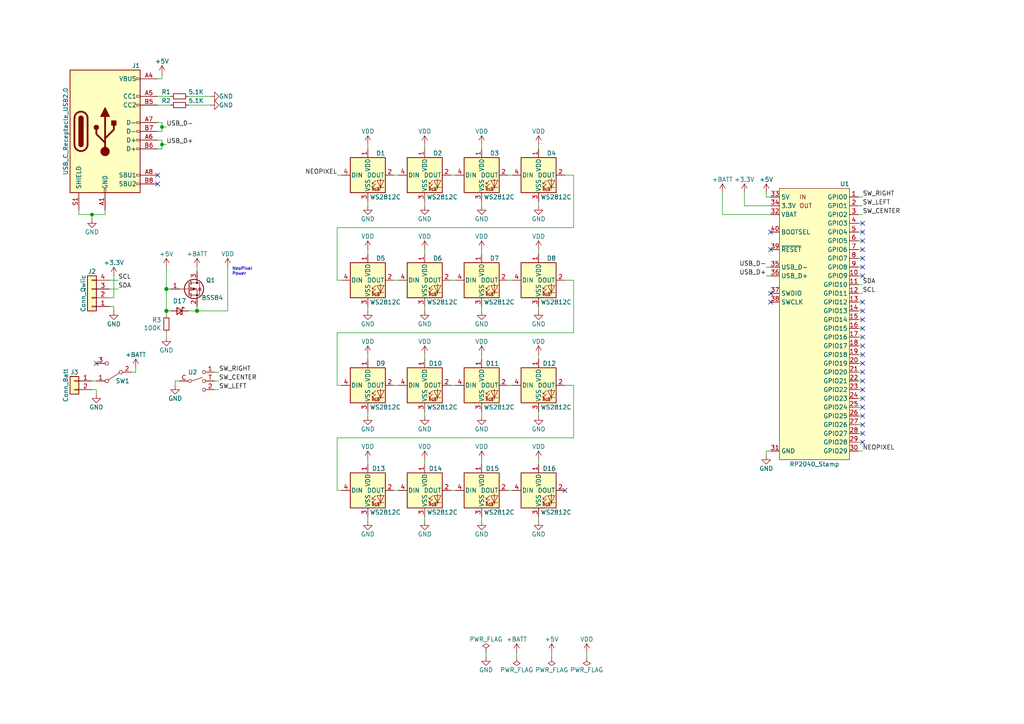
<source format=kicad_sch>
(kicad_sch (version 20230121) (generator eeschema)
  (paper "A4")
  (lib_symbols
    (symbol "Connector:USB_C_Receptacle_USB2.0" (pin_names (offset 1.016))
      (property "Reference" "J" (at -10.16 19.05 0))
      (property "Value" "USB_C_Receptacle_USB2.0" (at 19.05 19.05 0))
      (symbol "USB_C_Receptacle_USB2.0_0_0"
        (rectangle (start -0.254 -17.78) (end 0.254 -16.764))
        (rectangle (start 10.16 -14.986) (end 9.144 -15.494))
        (rectangle (start 10.16 -12.446) (end 9.144 -12.954))
        (rectangle (start 10.16 -4.826) (end 9.144 -5.334))
        (rectangle (start 10.16 -2.286) (end 9.144 -2.794))
        (rectangle (start 10.16 0.254) (end 9.144 -0.254))
        (rectangle (start 10.16 2.794) (end 9.144 2.286))
        (rectangle (start 10.16 7.874) (end 9.144 7.366))
        (rectangle (start 10.16 10.414) (end 9.144 9.906))
        (rectangle (start 10.16 15.494) (end 9.144 14.986))
      )
      (symbol "USB_C_Receptacle_USB2.0_0_1"
        (rectangle (start -10.16 17.78) (end 10.16 -17.78) (stroke (width 0.254)) (fill (type background)))
        (arc (start -8.89 -3.81) (mid -6.985 -5.7067) (end -5.08 -3.81) (stroke (width 0.508)))
        (arc (start -7.62 -3.81) (mid -6.985 -4.4423) (end -6.35 -3.81) (stroke (width 0.254)))
        (arc (start -7.62 -3.81) (mid -6.985 -4.4423) (end -6.35 -3.81) (stroke (width 0.254)) (fill (type outline)))
        (rectangle (start -7.62 -3.81) (end -6.35 3.81) (stroke (width 0.254)) (fill (type outline)))
        (arc (start -6.35 3.81) (mid -6.985 4.4423) (end -7.62 3.81) (stroke (width 0.254)))
        (arc (start -6.35 3.81) (mid -6.985 4.4423) (end -7.62 3.81) (stroke (width 0.254)) (fill (type outline)))
        (arc (start -5.08 3.81) (mid -6.985 5.7067) (end -8.89 3.81) (stroke (width 0.508)))
        (circle (center -2.54 1.143) (radius 0.635) (stroke (width 0.254)) (fill (type outline)))
        (circle (center 0 -5.842) (radius 1.27) (fill (type outline)))
        (polyline (pts (xy -8.89 -3.81) (xy -8.89 3.81)) (stroke (width 0.508)))
        (polyline (pts (xy -5.08 3.81) (xy -5.08 -3.81)) (stroke (width 0.508)))
        (polyline (pts (xy 0 -5.842) (xy 0 4.318)) (stroke (width 0.508)))
        (polyline (pts (xy 0 -3.302) (xy -2.54 -0.762) (xy -2.54 0.508)) (stroke (width 0.508)))
        (polyline (pts (xy 0 -2.032) (xy 2.54 0.508) (xy 2.54 1.778)) (stroke (width 0.508)))
        (polyline (pts (xy -1.27 4.318) (xy 0 6.858) (xy 1.27 4.318) (xy -1.27 4.318)) (stroke (width 0.254)) (fill (type outline)))
        (rectangle (start 1.905 1.778) (end 3.175 3.048) (stroke (width 0.254)) (fill (type outline)))
      )
      (symbol "USB_C_Receptacle_USB2.0_1_1"
        (pin passive line (at 0 -22.86 90) (length 5.08) (name "GND") (number "A1"))
        (pin passive line (at 0 -22.86 90) (length 5.08) hide (name "GND") (number "A12"))
        (pin passive line (at 15.24 15.24 180) (length 5.08) (name "VBUS") (number "A4"))
        (pin bidirectional line (at 15.24 10.16 180) (length 5.08) (name "CC1") (number "A5"))
        (pin bidirectional line (at 15.24 -2.54 180) (length 5.08) (name "D+") (number "A6"))
        (pin bidirectional line (at 15.24 2.54 180) (length 5.08) (name "D-") (number "A7"))
        (pin bidirectional line (at 15.24 -12.7 180) (length 5.08) (name "SBU1") (number "A8"))
        (pin passive line (at 15.24 15.24 180) (length 5.08) hide (name "VBUS") (number "A9"))
        (pin passive line (at 0 -22.86 90) (length 5.08) hide (name "GND") (number "B1"))
        (pin passive line (at 0 -22.86 90) (length 5.08) hide (name "GND") (number "B12"))
        (pin passive line (at 15.24 15.24 180) (length 5.08) hide (name "VBUS") (number "B4"))
        (pin bidirectional line (at 15.24 7.62 180) (length 5.08) (name "CC2") (number "B5"))
        (pin bidirectional line (at 15.24 -5.08 180) (length 5.08) (name "D+") (number "B6"))
        (pin bidirectional line (at 15.24 0 180) (length 5.08) (name "D-") (number "B7"))
        (pin bidirectional line (at 15.24 -15.24 180) (length 5.08) (name "SBU2") (number "B8"))
        (pin passive line (at 15.24 15.24 180) (length 5.08) hide (name "VBUS") (number "B9"))
        (pin passive line (at -7.62 -22.86 90) (length 5.08) (name "SHIELD") (number "S1"))
      )
    )
    (symbol "Connector_Generic:Conn_01x02" (pin_names (offset 1.016) hide)
      (property "Reference" "J" (at 0 2.54 0))
      (property "Value" "Conn_01x02" (at 0 -5.08 0))
      (symbol "Conn_01x02_1_1"
        (rectangle (start -1.27 -2.413) (end 0 -2.667) (stroke (width 0.1524)))
        (rectangle (start -1.27 0.127) (end 0 -0.127) (stroke (width 0.1524)))
        (rectangle (start -1.27 1.27) (end 1.27 -3.81) (stroke (width 0.254)) (fill (type background)))
        (pin passive line (at -5.08 0 0) (length 3.81) (name "Pin_1") (number "1"))
        (pin passive line (at -5.08 -2.54 0) (length 3.81) (name "Pin_2") (number "2"))
      )
    )
    (symbol "Connector_Generic:Conn_01x04" (pin_names (offset 1.016) hide)
      (property "Reference" "J" (at 0 5.08 0))
      (property "Value" "Conn_01x04" (at 0 -7.62 0))
      (symbol "Conn_01x04_1_1"
        (rectangle (start -1.27 -4.953) (end 0 -5.207) (stroke (width 0.1524)))
        (rectangle (start -1.27 -2.413) (end 0 -2.667) (stroke (width 0.1524)))
        (rectangle (start -1.27 0.127) (end 0 -0.127) (stroke (width 0.1524)))
        (rectangle (start -1.27 2.667) (end 0 2.413) (stroke (width 0.1524)))
        (rectangle (start -1.27 3.81) (end 1.27 -6.35) (stroke (width 0.254)) (fill (type background)))
        (pin passive line (at -5.08 2.54 0) (length 3.81) (name "Pin_1") (number "1"))
        (pin passive line (at -5.08 0 0) (length 3.81) (name "Pin_2") (number "2"))
        (pin passive line (at -5.08 -2.54 0) (length 3.81) (name "Pin_3") (number "3"))
        (pin passive line (at -5.08 -5.08 0) (length 3.81) (name "Pin_4") (number "4"))
      )
    )
    (symbol "Device:D_Schottky_Small" (pin_numbers hide) (pin_names (offset 0.254) hide)
      (property "Reference" "D" (at -1.27 2.032 0))
      (property "Value" "D_Schottky_Small" (at -7.112 -2.032 0))
      (symbol "D_Schottky_Small_0_1"
        (polyline (pts (xy -0.762 0) (xy 0.762 0)))
        (polyline (pts (xy 0.762 -1.016) (xy -0.762 0) (xy 0.762 1.016) (xy 0.762 -1.016)) (stroke (width 0.254)))
        (polyline (pts (xy -1.27 0.762) (xy -1.27 1.016) (xy -0.762 1.016) (xy -0.762 -1.016) (xy -0.254 -1.016) (xy -0.254 -0.762)) (stroke (width 0.254)))
      )
      (symbol "D_Schottky_Small_1_1"
        (pin passive line (at -2.54 0 0) (length 1.778) (name "K") (number "1"))
        (pin passive line (at 2.54 0 180) (length 1.778) (name "A") (number "2"))
      )
    )
    (symbol "Device:R_Small" (pin_numbers hide) (pin_names (offset 0.254) hide)
      (property "Reference" "R" (at 0.762 0.508 0))
      (property "Value" "R_Small" (at 0.762 -1.016 0))
      (symbol "R_Small_0_1"
        (rectangle (start -0.762 1.778) (end 0.762 -1.778) (stroke (width 0.2032)))
      )
      (symbol "R_Small_1_1"
        (pin passive line (at 0 2.54 270) (length 0.762) (name "~") (number "1"))
        (pin passive line (at 0 -2.54 90) (length 0.762) (name "~") (number "2"))
      )
    )
    (symbol "LED:WS2812B" (pin_names (offset 0.254))
      (property "Reference" "D" (at 5.08 5.715 0))
      (property "Value" "WS2812B" (at 1.27 -5.715 0))
      (symbol "WS2812B_0_0"
        (text "RGB" (at 2.286 -4.191 0) (effects (font (size 0.762 0.762))))
      )
      (symbol "WS2812B_0_1"
        (polyline (pts (xy 1.27 -3.556) (xy 1.778 -3.556)))
        (polyline (pts (xy 1.27 -2.54) (xy 1.778 -2.54)))
        (polyline (pts (xy 4.699 -3.556) (xy 2.667 -3.556)))
        (polyline (pts (xy 2.286 -2.54) (xy 1.27 -3.556) (xy 1.27 -3.048)))
        (polyline (pts (xy 2.286 -1.524) (xy 1.27 -2.54) (xy 1.27 -2.032)))
        (polyline (pts (xy 3.683 -1.016) (xy 3.683 -3.556) (xy 3.683 -4.064)))
        (polyline (pts (xy 4.699 -1.524) (xy 2.667 -1.524) (xy 3.683 -3.556) (xy 4.699 -1.524)))
        (rectangle (start 5.08 5.08) (end -5.08 -5.08) (stroke (width 0.254)) (fill (type background)))
      )
      (symbol "WS2812B_1_1"
        (pin power_in line (at 0 7.62 270) (length 2.54) (name "VDD") (number "1"))
        (pin output line (at 7.62 0 180) (length 2.54) (name "DOUT") (number "2"))
        (pin power_in line (at 0 -7.62 90) (length 2.54) (name "VSS") (number "3"))
        (pin input line (at -7.62 0 0) (length 2.54) (name "DIN") (number "4"))
      )
    )
    (symbol "RP2040_Stamp:RP2040_Stamp"
      (property "Reference" "U" (at 10.16 43.18 0))
      (property "Value" "RP2040_Stamp" (at 0 -38.1 0))
      (symbol "RP2040_Stamp_0_0"
        (text "IN" (at -4.445 39.37 0) (effects (font (size 1.27 1.27)) (justify left)))
        (text "OUT" (at -4.445 36.83 0) (effects (font (size 1.27 1.27)) (justify left)))
        (pin bidirectional line (at 12.7 39.37 180) (length 2.54) (name "GPIO0") (number "1"))
        (pin bidirectional line (at 12.7 16.51 180) (length 2.54) (name "GPIO9") (number "10"))
        (pin bidirectional line (at 12.7 13.97 180) (length 2.54) (name "GPIO10") (number "11"))
        (pin bidirectional line (at 12.7 11.43 180) (length 2.54) (name "GPIO11") (number "12"))
        (pin bidirectional line (at 12.7 8.89 180) (length 2.54) (name "GPIO12") (number "13"))
        (pin bidirectional line (at 12.7 6.35 180) (length 2.54) (name "GPIO13") (number "14"))
        (pin bidirectional line (at 12.7 3.81 180) (length 2.54) (name "GPIO14") (number "15"))
        (pin bidirectional line (at 12.7 1.27 180) (length 2.54) (name "GPIO15") (number "16"))
        (pin bidirectional line (at 12.7 -1.27 180) (length 2.54) (name "GPIO16") (number "17"))
        (pin bidirectional line (at 12.7 -3.81 180) (length 2.54) (name "GPIO17") (number "18"))
        (pin bidirectional line (at 12.7 -6.35 180) (length 2.54) (name "GPIO18") (number "19"))
        (pin bidirectional line (at 12.7 36.83 180) (length 2.54) (name "GPIO1") (number "2"))
        (pin bidirectional line (at 12.7 -8.89 180) (length 2.54) (name "GPIO19") (number "20"))
        (pin bidirectional line (at 12.7 -11.43 180) (length 2.54) (name "GPIO20") (number "21"))
        (pin bidirectional line (at 12.7 -13.97 180) (length 2.54) (name "GPIO21") (number "22"))
        (pin bidirectional line (at 12.7 -16.51 180) (length 2.54) (name "GPIO22") (number "23"))
        (pin bidirectional line (at 12.7 -19.05 180) (length 2.54) (name "GPIO23") (number "24"))
        (pin bidirectional line (at 12.7 -21.59 180) (length 2.54) (name "GPIO24") (number "25"))
        (pin bidirectional line (at 12.7 -24.13 180) (length 2.54) (name "GPIO25") (number "26"))
        (pin bidirectional line (at 12.7 -26.67 180) (length 2.54) (name "GPIO26") (number "27"))
        (pin bidirectional line (at 12.7 -29.21 180) (length 2.54) (name "GPIO27") (number "28"))
        (pin bidirectional line (at 12.7 -31.75 180) (length 2.54) (name "GPIO28") (number "29"))
        (pin bidirectional line (at 12.7 34.29 180) (length 2.54) (name "GPIO2") (number "3"))
        (pin bidirectional line (at 12.7 -34.29 180) (length 2.54) (name "GPIO29") (number "30"))
        (pin power_in line (at -12.7 -34.29 0) (length 2.54) (name "GND") (number "31"))
        (pin power_in line (at -12.7 34.29 0) (length 2.54) (name "VBAT") (number "32"))
        (pin power_in line (at -12.7 39.37 0) (length 2.54) (name "5V") (number "33"))
        (pin power_out line (at -12.7 36.83 0) (length 2.54) (name "3.3V") (number "34"))
        (pin bidirectional line (at -12.7 19.05 0) (length 2.54) (name "USB_D-") (number "35"))
        (pin bidirectional line (at -12.7 16.51 0) (length 2.54) (name "USB_D+") (number "36"))
        (pin bidirectional line (at -12.7 11.43 0) (length 2.54) (name "SWDIO") (number "37"))
        (pin input line (at -12.7 8.89 0) (length 2.54) (name "SWCLK") (number "38"))
        (pin bidirectional line (at -12.7 24.13 0) (length 2.54) (name "~{RESET}") (number "39"))
        (pin bidirectional line (at 12.7 31.75 180) (length 2.54) (name "GPIO3") (number "4"))
        (pin input line (at -12.7 29.21 0) (length 2.54) (name "BOOTSEL") (number "40"))
        (pin bidirectional line (at 12.7 29.21 180) (length 2.54) (name "GPIO4") (number "5"))
        (pin bidirectional line (at 12.7 26.67 180) (length 2.54) (name "GPIO5") (number "6"))
        (pin bidirectional line (at 12.7 24.13 180) (length 2.54) (name "GPIO6") (number "7"))
        (pin bidirectional line (at 12.7 21.59 180) (length 2.54) (name "GPIO7") (number "8"))
        (pin bidirectional line (at 12.7 19.05 180) (length 2.54) (name "GPIO8") (number "9"))
      )
      (symbol "RP2040_Stamp_0_1"
        (rectangle (start -10.16 41.91) (end 10.16 -36.83) (stroke (width 0.1524)) (fill (type background)))
      )
    )
    (symbol "Switch:SW_SPDT" (pin_names (offset 0) hide)
      (property "Reference" "SW" (at 0 4.318 0))
      (property "Value" "SW_SPDT" (at 0 -5.08 0))
      (symbol "SW_SPDT_0_0"
        (circle (center -2.032 0) (radius 0.508))
        (circle (center 2.032 -2.54) (radius 0.508))
      )
      (symbol "SW_SPDT_0_1"
        (polyline (pts (xy -1.524 0.254) (xy 1.651 2.286)))
        (circle (center 2.032 2.54) (radius 0.508))
      )
      (symbol "SW_SPDT_1_1"
        (pin passive line (at 5.08 2.54 180) (length 2.54) (name "A") (number "1"))
        (pin passive line (at -5.08 0 0) (length 2.54) (name "B") (number "2"))
        (pin passive line (at 5.08 -2.54 180) (length 2.54) (name "C") (number "3"))
      )
    )
    (symbol "Switch_Extra:SW_SP3T_Rocker" (pin_names hide)
      (property "Reference" "U" (at -1.27 2.54 0))
      (property "Value" "SW_SP3T_Rocker" (at 0 -5.08 0))
      (symbol "SW_SP3T_Rocker_0_1"
        (circle (center -2.032 0) (radius 0.4572))
        (polyline (pts (xy -1.524 0) (xy 1.524 1.016)))
        (circle (center 2.032 -2.54) (radius 0.4572))
        (circle (center 2.032 0) (radius 0.4572))
        (circle (center 2.032 2.54) (radius 0.4572))
      )
      (symbol "SW_SP3T_Rocker_1_1"
        (pin passive line (at 5.08 2.54 180) (length 2.54) (name "1") (number "1"))
        (pin passive line (at 5.08 -2.54 180) (length 2.54) (name "2") (number "2"))
        (pin passive line (at -5.08 0 0) (length 2.54) (name "C") (number "C"))
        (pin no_connect line (at -5.08 -2.54 0) (length 2.54) hide (name "G") (number "G"))
        (pin passive line (at 5.08 0 180) (length 2.54) (name "T") (number "T"))
      )
    )
    (symbol "Transistor_FET:BSS84" (pin_names hide)
      (property "Reference" "Q" (at 5.08 1.905 0))
      (property "Value" "BSS84" (at 5.08 0 0))
      (symbol "BSS84_0_1"
        (polyline (pts (xy 0.254 0) (xy -2.54 0)))
        (polyline (pts (xy 0.254 1.905) (xy 0.254 -1.905)) (stroke (width 0.254)))
        (polyline (pts (xy 0.762 -1.27) (xy 0.762 -2.286)) (stroke (width 0.254)))
        (polyline (pts (xy 0.762 0.508) (xy 0.762 -0.508)) (stroke (width 0.254)))
        (polyline (pts (xy 0.762 2.286) (xy 0.762 1.27)) (stroke (width 0.254)))
        (polyline (pts (xy 2.54 2.54) (xy 2.54 1.778)))
        (polyline (pts (xy 2.54 -2.54) (xy 2.54 0) (xy 0.762 0)))
        (polyline (pts (xy 0.762 1.778) (xy 3.302 1.778) (xy 3.302 -1.778) (xy 0.762 -1.778)))
        (polyline (pts (xy 2.286 0) (xy 1.27 0.381) (xy 1.27 -0.381) (xy 2.286 0)) (fill (type outline)))
        (polyline (pts (xy 2.794 -0.508) (xy 2.921 -0.381) (xy 3.683 -0.381) (xy 3.81 -0.254)))
        (polyline (pts (xy 3.302 -0.381) (xy 2.921 0.254) (xy 3.683 0.254) (xy 3.302 -0.381)))
        (circle (center 1.651 0) (radius 2.794) (stroke (width 0.254)))
        (circle (center 2.54 -1.778) (radius 0.254) (fill (type outline)))
        (circle (center 2.54 1.778) (radius 0.254) (fill (type outline)))
      )
      (symbol "BSS84_1_1"
        (pin input line (at -5.08 0 0) (length 2.54) (name "G") (number "1"))
        (pin passive line (at 2.54 -5.08 90) (length 2.54) (name "S") (number "2"))
        (pin passive line (at 2.54 5.08 270) (length 2.54) (name "D") (number "3"))
      )
    )
    (symbol "power:+3.3V" (power) (pin_names (offset 0))
      (property "Value" "+3.3V" (at 0 3.556 0))
      (symbol "+3.3V_0_1"
        (polyline (pts (xy -0.762 1.27) (xy 0 2.54)))
        (polyline (pts (xy 0 0) (xy 0 2.54)))
        (polyline (pts (xy 0 2.54) (xy 0.762 1.27)))
      )
      (symbol "+3.3V_1_1"
        (pin power_in line (at 0 0 90) (length 0) hide (name "+3.3V") (number "1"))
      )
    )
    (symbol "power:+5V" (power) (pin_names (offset 0))
      (property "Value" "+5V" (at 0 3.556 0))
      (symbol "+5V_0_1"
        (polyline (pts (xy -0.762 1.27) (xy 0 2.54)))
        (polyline (pts (xy 0 0) (xy 0 2.54)))
        (polyline (pts (xy 0 2.54) (xy 0.762 1.27)))
      )
      (symbol "+5V_1_1"
        (pin power_in line (at 0 0 90) (length 0) hide (name "+5V") (number "1"))
      )
    )
    (symbol "power:+BATT" (power) (pin_names (offset 0))
      (property "Value" "+BATT" (at 0 3.556 0))
      (symbol "+BATT_0_1"
        (polyline (pts (xy -0.762 1.27) (xy 0 2.54)))
        (polyline (pts (xy 0 0) (xy 0 2.54)))
        (polyline (pts (xy 0 2.54) (xy 0.762 1.27)))
      )
      (symbol "+BATT_1_1"
        (pin power_in line (at 0 0 90) (length 0) hide (name "+BATT") (number "1"))
      )
    )
    (symbol "power:GND" (power) (pin_names (offset 0))
      (property "Value" "GND" (at 0 -3.81 0))
      (symbol "GND_0_1"
        (polyline (pts (xy 0 0) (xy 0 -1.27) (xy 1.27 -1.27) (xy 0 -2.54) (xy -1.27 -1.27) (xy 0 -1.27)))
      )
      (symbol "GND_1_1"
        (pin power_in line (at 0 0 270) (length 0) hide (name "GND") (number "1"))
      )
    )
    (symbol "power:PWR_FLAG" (power) (pin_numbers hide) (pin_names (offset 0) hide)
      (property "Value" "PWR_FLAG" (at 0 3.81 0))
      (symbol "PWR_FLAG_0_0"
        (pin power_out line (at 0 0 90) (length 0) (name "pwr") (number "1"))
      )
      (symbol "PWR_FLAG_0_1"
        (polyline (pts (xy 0 0) (xy 0 1.27) (xy -1.016 1.905) (xy 0 2.54) (xy 1.016 1.905) (xy 0 1.27)))
      )
    )
    (symbol "power:VDD" (power) (pin_names (offset 0))
      (property "Value" "VDD" (at 0 3.81 0))
      (symbol "VDD_0_1"
        (polyline (pts (xy -0.762 1.27) (xy 0 2.54)))
        (polyline (pts (xy 0 0) (xy 0 2.54)))
        (polyline (pts (xy 0 2.54) (xy 0.762 1.27)))
      )
      (symbol "VDD_1_1"
        (pin power_in line (at 0 0 90) (length 0) hide (name "VDD") (number "1"))
      )
    )
  )
  (junction (at 48.26 83.82) (diameter 1.016))
  (junction (at 57.15 90.17) (diameter 1.016))
  (junction (at 48.26 90.17) (diameter 1.016))
  (junction (at 46.99 36.83))
  (junction (at 26.67 62.23))
  (junction (at 46.99 41.91))
  (no_connect (at 250.19 100.33))
  (no_connect (at 250.19 67.31))
  (no_connect (at 250.19 72.39))
  (no_connect (at 250.19 105.41))
  (no_connect (at 250.19 87.63))
  (no_connect (at 250.19 74.93))
  (no_connect (at 250.19 95.25))
  (no_connect (at 250.19 97.79))
  (no_connect (at 45.72 53.34))
  (no_connect (at 250.19 115.57))
  (no_connect (at 250.19 69.85))
  (no_connect (at 223.52 85.09))
  (no_connect (at 223.52 87.63))
  (no_connect (at 250.19 123.19))
  (no_connect (at 250.19 110.49))
  (no_connect (at 250.19 80.01))
  (no_connect (at 223.52 67.31))
  (no_connect (at 250.19 90.17))
  (no_connect (at 250.19 77.47))
  (no_connect (at 27.94 105.41))
  (no_connect (at 250.19 64.77))
  (no_connect (at 250.19 118.11))
  (no_connect (at 250.19 107.95))
  (no_connect (at 250.19 120.65))
  (no_connect (at 250.19 92.71))
  (no_connect (at 45.72 50.8))
  (no_connect (at 250.19 113.03))
  (no_connect (at 250.19 102.87))
  (no_connect (at 223.52 72.39))
  (no_connect (at 163.83 142.24))
  (no_connect (at 250.19 128.27))
  (no_connect (at 250.19 125.73))
  (wire (pts (xy 248.92 95.25) (xy 250.19 95.25)))
  (wire (pts (xy 106.68 149.86) (xy 106.68 151.13)))
  (wire (pts (xy 160.02 189.23) (xy 160.02 190.5)))
  (wire (pts (xy 123.19 88.9) (xy 123.19 90.17)))
  (wire (pts (xy 48.26 83.82) (xy 48.26 90.17)))
  (wire (pts (xy 222.25 80.01) (xy 223.52 80.01)))
  (wire (pts (xy 57.15 90.17) (xy 57.15 88.9)))
  (wire (pts (xy 163.83 81.28) (xy 166.37 81.28)))
  (wire (pts (xy 248.92 72.39) (xy 250.19 72.39)))
  (wire (pts (xy 130.81 142.24) (xy 132.08 142.24)))
  (wire (pts (xy 33.02 88.9) (xy 33.02 90.17)))
  (wire (pts (xy 22.86 62.23) (xy 26.67 62.23)))
  (wire (pts (xy 156.21 88.9) (xy 156.21 90.17)))
  (wire (pts (xy 31.75 86.36) (xy 33.02 86.36)))
  (wire (pts (xy 123.19 133.35) (xy 123.19 134.62)))
  (wire (pts (xy 166.37 111.76) (xy 166.37 127)))
  (wire (pts (xy 97.79 111.76) (xy 99.06 111.76)))
  (wire (pts (xy 123.19 149.86) (xy 123.19 151.13)))
  (wire (pts (xy 45.72 30.48) (xy 49.53 30.48)))
  (wire (pts (xy 48.26 96.52) (xy 48.26 97.79)))
  (wire (pts (xy 38.1 107.95) (xy 39.37 107.95)))
  (wire (pts (xy 248.92 97.79) (xy 250.19 97.79)))
  (wire (pts (xy 46.99 21.59) (xy 46.99 22.86)))
  (wire (pts (xy 248.92 92.71) (xy 250.19 92.71)))
  (wire (pts (xy 97.79 127) (xy 97.79 142.24)))
  (wire (pts (xy 52.07 110.49) (xy 50.8 110.49)))
  (wire (pts (xy 45.72 27.94) (xy 49.53 27.94)))
  (wire (pts (xy 62.23 107.95) (xy 63.5 107.95)))
  (wire (pts (xy 57.15 78.74) (xy 57.15 77.47)))
  (wire (pts (xy 139.7 133.35) (xy 139.7 134.62)))
  (wire (pts (xy 149.86 189.23) (xy 149.86 190.5)))
  (wire (pts (xy 156.21 58.42) (xy 156.21 59.69)))
  (wire (pts (xy 123.19 119.38) (xy 123.19 120.65)))
  (wire (pts (xy 156.21 133.35) (xy 156.21 134.62)))
  (wire (pts (xy 114.3 81.28) (xy 115.57 81.28)))
  (wire (pts (xy 166.37 50.8) (xy 166.37 66.04)))
  (wire (pts (xy 163.83 50.8) (xy 166.37 50.8)))
  (wire (pts (xy 130.81 50.8) (xy 132.08 50.8)))
  (wire (pts (xy 248.92 110.49) (xy 250.19 110.49)))
  (wire (pts (xy 163.83 111.76) (xy 166.37 111.76)))
  (wire (pts (xy 26.67 113.03) (xy 27.94 113.03)))
  (wire (pts (xy 248.92 120.65) (xy 250.19 120.65)))
  (wire (pts (xy 166.37 81.28) (xy 166.37 96.52)))
  (wire (pts (xy 139.7 88.9) (xy 139.7 90.17)))
  (wire (pts (xy 248.92 62.23) (xy 250.19 62.23)))
  (wire (pts (xy 248.92 85.09) (xy 250.19 85.09)))
  (wire (pts (xy 46.99 38.1) (xy 45.72 38.1)))
  (wire (pts (xy 106.68 41.91) (xy 106.68 43.18)))
  (wire (pts (xy 26.67 62.23) (xy 26.67 63.5)))
  (wire (pts (xy 106.68 72.39) (xy 106.68 73.66)))
  (wire (pts (xy 223.52 130.81) (xy 222.25 130.81)))
  (wire (pts (xy 139.7 41.91) (xy 139.7 43.18)))
  (wire (pts (xy 248.92 87.63) (xy 250.19 87.63)))
  (wire (pts (xy 57.15 90.17) (xy 54.61 90.17)))
  (wire (pts (xy 46.99 36.83) (xy 48.26 36.83)))
  (wire (pts (xy 31.75 83.82) (xy 34.29 83.82)))
  (wire (pts (xy 222.25 130.81) (xy 222.25 132.08)))
  (wire (pts (xy 26.67 110.49) (xy 27.94 110.49)))
  (wire (pts (xy 223.52 62.23) (xy 209.55 62.23)))
  (wire (pts (xy 248.92 67.31) (xy 250.19 67.31)))
  (wire (pts (xy 147.32 50.8) (xy 148.59 50.8)))
  (wire (pts (xy 166.37 127) (xy 97.79 127)))
  (wire (pts (xy 147.32 142.24) (xy 148.59 142.24)))
  (wire (pts (xy 27.94 113.03) (xy 27.94 114.3)))
  (wire (pts (xy 223.52 59.69) (xy 215.9 59.69)))
  (wire (pts (xy 248.92 113.03) (xy 250.19 113.03)))
  (wire (pts (xy 248.92 105.41) (xy 250.19 105.41)))
  (wire (pts (xy 166.37 66.04) (xy 97.79 66.04)))
  (wire (pts (xy 248.92 80.01) (xy 250.19 80.01)))
  (wire (pts (xy 139.7 58.42) (xy 139.7 59.69)))
  (wire (pts (xy 248.92 107.95) (xy 250.19 107.95)))
  (wire (pts (xy 248.92 128.27) (xy 250.19 128.27)))
  (wire (pts (xy 248.92 59.69) (xy 250.19 59.69)))
  (wire (pts (xy 223.52 57.15) (xy 222.25 57.15)))
  (wire (pts (xy 147.32 81.28) (xy 148.59 81.28)))
  (wire (pts (xy 48.26 77.47) (xy 48.26 83.82)))
  (wire (pts (xy 106.68 133.35) (xy 106.68 134.62)))
  (wire (pts (xy 170.18 189.23) (xy 170.18 190.5)))
  (wire (pts (xy 97.79 96.52) (xy 97.79 111.76)))
  (wire (pts (xy 222.25 55.88) (xy 222.25 57.15)))
  (wire (pts (xy 54.61 27.94) (xy 60.96 27.94)))
  (wire (pts (xy 50.8 110.49) (xy 50.8 111.76)))
  (wire (pts (xy 130.81 81.28) (xy 132.08 81.28)))
  (wire (pts (xy 106.68 88.9) (xy 106.68 90.17)))
  (wire (pts (xy 106.68 58.42) (xy 106.68 59.69)))
  (wire (pts (xy 97.79 81.28) (xy 99.06 81.28)))
  (wire (pts (xy 248.92 118.11) (xy 250.19 118.11)))
  (wire (pts (xy 139.7 102.87) (xy 139.7 104.14)))
  (wire (pts (xy 46.99 41.91) (xy 48.26 41.91)))
  (wire (pts (xy 248.92 130.81) (xy 250.19 130.81)))
  (wire (pts (xy 248.92 100.33) (xy 250.19 100.33)))
  (wire (pts (xy 114.3 142.24) (xy 115.57 142.24)))
  (wire (pts (xy 97.79 50.8) (xy 99.06 50.8)))
  (wire (pts (xy 106.68 119.38) (xy 106.68 120.65)))
  (wire (pts (xy 54.61 30.48) (xy 60.96 30.48)))
  (wire (pts (xy 97.79 142.24) (xy 99.06 142.24)))
  (wire (pts (xy 248.92 90.17) (xy 250.19 90.17)))
  (wire (pts (xy 26.67 62.23) (xy 30.48 62.23)))
  (wire (pts (xy 45.72 43.18) (xy 46.99 43.18)))
  (wire (pts (xy 156.21 72.39) (xy 156.21 73.66)))
  (wire (pts (xy 248.92 57.15) (xy 250.19 57.15)))
  (wire (pts (xy 45.72 40.64) (xy 46.99 40.64)))
  (wire (pts (xy 130.81 111.76) (xy 132.08 111.76)))
  (wire (pts (xy 123.19 72.39) (xy 123.19 73.66)))
  (wire (pts (xy 57.15 90.17) (xy 66.04 90.17)))
  (wire (pts (xy 46.99 35.56) (xy 45.72 35.56)))
  (wire (pts (xy 123.19 58.42) (xy 123.19 59.69)))
  (wire (pts (xy 248.92 82.55) (xy 250.19 82.55)))
  (wire (pts (xy 248.92 74.93) (xy 250.19 74.93)))
  (wire (pts (xy 39.37 107.95) (xy 39.37 106.68)))
  (wire (pts (xy 209.55 62.23) (xy 209.55 55.88)))
  (wire (pts (xy 46.99 35.56) (xy 46.99 36.83)))
  (wire (pts (xy 156.21 102.87) (xy 156.21 104.14)))
  (wire (pts (xy 48.26 90.17) (xy 49.53 90.17)))
  (wire (pts (xy 248.92 125.73) (xy 250.19 125.73)))
  (wire (pts (xy 48.26 90.17) (xy 48.26 91.44)))
  (wire (pts (xy 139.7 72.39) (xy 139.7 73.66)))
  (wire (pts (xy 62.23 113.03) (xy 63.5 113.03)))
  (wire (pts (xy 248.92 64.77) (xy 250.19 64.77)))
  (wire (pts (xy 248.92 123.19) (xy 250.19 123.19)))
  (wire (pts (xy 123.19 41.91) (xy 123.19 43.18)))
  (wire (pts (xy 140.97 189.23) (xy 140.97 190.5)))
  (wire (pts (xy 66.04 77.47) (xy 66.04 90.17)))
  (wire (pts (xy 45.72 22.86) (xy 46.99 22.86)))
  (wire (pts (xy 222.25 77.47) (xy 223.52 77.47)))
  (wire (pts (xy 30.48 62.23) (xy 30.48 60.96)))
  (wire (pts (xy 106.68 102.87) (xy 106.68 104.14)))
  (wire (pts (xy 123.19 102.87) (xy 123.19 104.14)))
  (wire (pts (xy 248.92 102.87) (xy 250.19 102.87)))
  (wire (pts (xy 156.21 149.86) (xy 156.21 151.13)))
  (wire (pts (xy 46.99 40.64) (xy 46.99 41.91)))
  (wire (pts (xy 46.99 41.91) (xy 46.99 43.18)))
  (wire (pts (xy 156.21 41.91) (xy 156.21 43.18)))
  (wire (pts (xy 62.23 110.49) (xy 63.5 110.49)))
  (wire (pts (xy 97.79 66.04) (xy 97.79 81.28)))
  (wire (pts (xy 156.21 119.38) (xy 156.21 120.65)))
  (wire (pts (xy 114.3 111.76) (xy 115.57 111.76)))
  (wire (pts (xy 215.9 59.69) (xy 215.9 55.88)))
  (wire (pts (xy 114.3 50.8) (xy 115.57 50.8)))
  (wire (pts (xy 48.26 83.82) (xy 49.53 83.82)))
  (wire (pts (xy 22.86 60.96) (xy 22.86 62.23)))
  (wire (pts (xy 31.75 81.28) (xy 34.29 81.28)))
  (wire (pts (xy 248.92 69.85) (xy 250.19 69.85)))
  (wire (pts (xy 46.99 36.83) (xy 46.99 38.1)))
  (wire (pts (xy 166.37 96.52) (xy 97.79 96.52)))
  (wire (pts (xy 139.7 119.38) (xy 139.7 120.65)))
  (wire (pts (xy 33.02 80.01) (xy 33.02 86.36)))
  (wire (pts (xy 248.92 115.57) (xy 250.19 115.57)))
  (wire (pts (xy 31.75 88.9) (xy 33.02 88.9)))
  (wire (pts (xy 147.32 111.76) (xy 148.59 111.76)))
  (wire (pts (xy 248.92 77.47) (xy 250.19 77.47)))
  (wire (pts (xy 139.7 149.86) (xy 139.7 151.13)))
  (text "NeoPixel\nPower" (at 67.31 80.01 0) (effects (font (size 0.889 0.889)) (justify left bottom)))
  (label "USB_D-" (at 48.26 36.83 0))
  (label "SW_LEFT" (at 63.5 113.03 0))
  (label "SDA" (at 34.29 83.82 0))
  (label "USB_D-" (at 222.25 77.47 180))
  (label "SW_CENTER" (at 250.19 62.23 0))
  (label "SDA" (at 250.19 82.55 0))
  (label "SCL" (at 34.29 81.28 0))
  (label "USB_D+" (at 222.25 80.01 180))
  (label "NEOPIXEL" (at 97.79 50.8 180))
  (label "SCL" (at 250.19 85.09 0))
  (label "SW_RIGHT" (at 250.19 57.15 0))
  (label "SW_RIGHT" (at 63.5 107.95 0))
  (label "SW_LEFT" (at 250.19 59.69 0))
  (label "SW_CENTER" (at 63.5 110.49 0))
  (label "NEOPIXEL" (at 250.19 130.81 0))
  (label "USB_D+" (at 48.26 41.91 0))
  (symbol (lib_id "LED:WS2812B") (at 106.68 111.76 0) (unit 1)
    (property "Reference" "D9" (at 111.76 105.41 0) (effects (justify right)))
    (property "Value" "WS2812C" (at 111.76 118.11 0))
    (property "Footprint" "LED_SMD:LED_WS2812B_PLCC4_5.0x5.0mm_P3.2mm" (effects hide))
    (property "Datasheet" "https://cdn-shop.adafruit.com/datasheets/WS2812B.pdf" (effects hide))
    (property "LCSC" "C2874885" (effects hide))
  )
  (symbol (lib_id "power:GND") (at 123.19 151.13 0) (unit 1)
    (property "Reference" "#PWR046" (effects hide))
    (property "Value" "GND" (at 123.19 154.94 0))
  )
  (symbol (lib_id "power:GND") (at 139.7 90.17 0) (unit 1)
    (property "Reference" "#PWR027" (effects hide))
    (property "Value" "GND" (at 139.7 93.98 0))
  )
  (symbol (lib_id "Device:R_Small") (at 52.07 30.48 90) (unit 1)
    (property "Reference" "R2" (at 49.53 29.21 90) (effects (justify left)))
    (property "Value" "5.1K" (at 54.61 29.21 90) (effects (justify right)))
    (property "Footprint" "Resistor_SMD:R_0603_1608Metric" (effects hide))
  )
  (symbol (lib_id "power:PWR_FLAG") (at 149.86 190.5 180) (unit 1)
    (property "Reference" "#FLG0101" (effects hide))
    (property "Value" "PWR_FLAG" (at 149.86 194.31 0))
  )
  (symbol (lib_id "power:GND") (at 106.68 59.69 0) (unit 1)
    (property "Reference" "#PWR011" (effects hide))
    (property "Value" "GND" (at 106.68 63.5 0))
  )
  (symbol (lib_id "power:GND") (at 156.21 90.17 0) (unit 1)
    (property "Reference" "#PWR028" (effects hide))
    (property "Value" "GND" (at 156.21 93.98 0))
  )
  (symbol (lib_id "power:VDD") (at 123.19 102.87 0) (unit 1)
    (property "Reference" "#PWR031" (effects hide))
    (property "Value" "VDD" (at 123.19 99.06 0))
  )
  (symbol (lib_id "power:VDD") (at 170.18 189.23 0) (unit 1)
    (property "Reference" "#PWR0106" (effects hide))
    (property "Value" "VDD" (at 170.18 185.42 0))
  )
  (symbol (lib_id "power:+BATT") (at 57.15 77.47 0) (unit 1)
    (property "Reference" "#PWR0104" (effects hide))
    (property "Value" "+BATT" (at 57.15 73.66 0))
  )
  (symbol (lib_id "power:GND") (at 106.68 120.65 0) (unit 1)
    (property "Reference" "#PWR036" (effects hide))
    (property "Value" "GND" (at 106.68 124.46 0))
  )
  (symbol (lib_id "power:+BATT") (at 149.86 189.23 0) (unit 1)
    (property "Reference" "#PWR0101" (effects hide))
    (property "Value" "+BATT" (at 149.86 185.42 0))
  )
  (symbol (lib_id "power:GND") (at 48.26 97.79 0) (unit 1)
    (property "Reference" "#PWR029" (effects hide))
    (property "Value" "GND" (at 48.26 101.6 0))
  )
  (symbol (lib_id "Device:D_Schottky_Small") (at 52.07 90.17 0) (mirror y) (unit 1)
    (property "Reference" "D17" (at 52.07 87.2998 0))
    (property "Value" "D_Schottky_Small" (effects hide))
    (property "Footprint" "Diode_SMD:D_SOD-323" (effects hide))
    (property "LCSC" "C114023" (effects hide))
  )
  (symbol (lib_id "power:GND") (at 156.21 151.13 0) (unit 1)
    (property "Reference" "#PWR048" (effects hide))
    (property "Value" "GND" (at 156.21 154.94 0))
  )
  (symbol (lib_id "LED:WS2812B") (at 156.21 142.24 0) (unit 1)
    (property "Reference" "D16" (at 161.29 135.89 0) (effects (justify right)))
    (property "Value" "WS2812C" (at 161.29 148.59 0))
    (property "Footprint" "LED_SMD:LED_WS2812B_PLCC4_5.0x5.0mm_P3.2mm" (effects hide))
    (property "Datasheet" "https://cdn-shop.adafruit.com/datasheets/WS2812B.pdf" (effects hide))
    (property "LCSC" "C2874885" (effects hide))
  )
  (symbol (lib_id "LED:WS2812B") (at 156.21 81.28 0) (unit 1)
    (property "Reference" "D8" (at 161.29 74.93 0) (effects (justify right)))
    (property "Value" "WS2812C" (at 161.29 87.63 0))
    (property "Footprint" "LED_SMD:LED_WS2812B_PLCC4_5.0x5.0mm_P3.2mm" (effects hide))
    (property "Datasheet" "https://cdn-shop.adafruit.com/datasheets/WS2812B.pdf" (effects hide))
    (property "LCSC" "C2874885" (effects hide))
  )
  (symbol (lib_id "Device:R_Small") (at 48.26 93.98 0) (mirror x) (unit 1)
    (property "Reference" "R3" (at 46.7868 92.8116 0) (effects (justify right)))
    (property "Value" "100K" (at 46.7868 95.123 0) (effects (justify right)))
    (property "Footprint" "Resistor_SMD:R_0603_1608Metric" (effects hide))
  )
  (symbol (lib_id "LED:WS2812B") (at 139.7 81.28 0) (unit 1)
    (property "Reference" "D7" (at 144.78 74.93 0) (effects (justify right)))
    (property "Value" "WS2812C" (at 144.78 87.63 0))
    (property "Footprint" "LED_SMD:LED_WS2812B_PLCC4_5.0x5.0mm_P3.2mm" (effects hide))
    (property "Datasheet" "https://cdn-shop.adafruit.com/datasheets/WS2812B.pdf" (effects hide))
    (property "LCSC" "C2874885" (effects hide))
  )
  (symbol (lib_id "power:+BATT") (at 209.55 55.88 0) (unit 1)
    (property "Reference" "#PWR08" (effects hide))
    (property "Value" "+BATT" (at 209.55 52.07 0))
  )
  (symbol (lib_id "power:GND") (at 123.19 90.17 0) (unit 1)
    (property "Reference" "#PWR026" (effects hide))
    (property "Value" "GND" (at 123.19 93.98 0))
  )
  (symbol (lib_id "LED:WS2812B") (at 156.21 50.8 0) (unit 1)
    (property "Reference" "D4" (at 161.29 44.45 0) (effects (justify right)))
    (property "Value" "WS2812C" (at 161.29 57.15 0))
    (property "Footprint" "LED_SMD:LED_WS2812B_PLCC4_5.0x5.0mm_P3.2mm" (effects hide))
    (property "Datasheet" "https://cdn-shop.adafruit.com/datasheets/WS2812B.pdf" (effects hide))
    (property "LCSC" "C2874885" (effects hide))
  )
  (symbol (lib_id "power:GND") (at 139.7 59.69 0) (unit 1)
    (property "Reference" "#PWR013" (effects hide))
    (property "Value" "GND" (at 139.7 63.5 0))
  )
  (symbol (lib_id "Connector_Generic:Conn_01x02") (at 21.59 110.49 0) (mirror y) (unit 1)
    (property "Reference" "J3" (at 21.59 107.95 0))
    (property "Value" "Conn_Batt" (at 19.05 111.76 90))
    (property "Footprint" "Connector_JST:JST_PH_S2B-PH-SM4-TB_1x02-1MP_P2.00mm_Horizontal" (effects hide))
    (property "LCSC" "C47647" (effects hide))
  )
  (symbol (lib_id "power:PWR_FLAG") (at 160.02 190.5 180) (unit 1)
    (property "Reference" "#FLG0103" (effects hide))
    (property "Value" "PWR_FLAG" (at 160.02 194.31 0))
  )
  (symbol (lib_id "power:VDD") (at 139.7 41.91 0) (unit 1)
    (property "Reference" "#PWR06" (effects hide))
    (property "Value" "VDD" (at 139.7 38.1 0))
  )
  (symbol (lib_id "LED:WS2812B") (at 123.19 50.8 0) (unit 1)
    (property "Reference" "D2" (at 128.27 44.45 0) (effects (justify right)))
    (property "Value" "WS2812C" (at 128.27 57.15 0))
    (property "Footprint" "LED_SMD:LED_WS2812B_PLCC4_5.0x5.0mm_P3.2mm" (effects hide))
    (property "Datasheet" "https://cdn-shop.adafruit.com/datasheets/WS2812B.pdf" (effects hide))
    (property "LCSC" "C2874885" (effects hide))
  )
  (symbol (lib_id "power:GND") (at 27.94 114.3 0) (unit 1)
    (property "Reference" "#PWR035" (effects hide))
    (property "Value" "GND" (at 27.94 118.11 0))
  )
  (symbol (lib_id "Transistor_FET:BSS84") (at 54.61 83.82 0) (unit 1)
    (property "Reference" "Q1" (at 59.69 81.28 0) (effects (justify left)))
    (property "Value" "BSS84" (at 58.42 86.36 0) (effects (justify left)))
    (property "Footprint" "Package_TO_SOT_SMD:SOT-23" (effects hide))
    (property "Datasheet" "http://assets.nexperia.com/documents/data-sheet/BSS84.pdf" (effects hide))
    (property "LCSC" "C85202" (effects hide))
  )
  (symbol (lib_id "LED:WS2812B") (at 106.68 142.24 0) (unit 1)
    (property "Reference" "D13" (at 111.76 135.89 0) (effects (justify right)))
    (property "Value" "WS2812C" (at 111.76 148.59 0))
    (property "Footprint" "LED_SMD:LED_WS2812B_PLCC4_5.0x5.0mm_P3.2mm" (effects hide))
    (property "Datasheet" "https://cdn-shop.adafruit.com/datasheets/WS2812B.pdf" (effects hide))
    (property "LCSC" "C2874885" (effects hide))
  )
  (symbol (lib_id "power:VDD") (at 156.21 133.35 0) (unit 1)
    (property "Reference" "#PWR044" (effects hide))
    (property "Value" "VDD" (at 156.21 129.54 0))
  )
  (symbol (lib_id "power:GND") (at 106.68 90.17 0) (unit 1)
    (property "Reference" "#PWR025" (effects hide))
    (property "Value" "GND" (at 106.68 93.98 0))
  )
  (symbol (lib_id "power:GND") (at 140.97 190.5 0) (unit 1)
    (property "Reference" "#PWR0102" (effects hide))
    (property "Value" "GND" (at 140.97 194.31 0))
  )
  (symbol (lib_id "power:VDD") (at 156.21 41.91 0) (unit 1)
    (property "Reference" "#PWR07" (effects hide))
    (property "Value" "VDD" (at 156.21 38.1 0))
  )
  (symbol (lib_id "power:+BATT") (at 39.37 106.68 0) (unit 1)
    (property "Reference" "#PWR034" (effects hide))
    (property "Value" "+BATT" (at 39.37 102.87 0))
  )
  (symbol (lib_id "power:GND") (at 139.7 120.65 0) (unit 1)
    (property "Reference" "#PWR038" (effects hide))
    (property "Value" "GND" (at 139.7 124.46 0))
  )
  (symbol (lib_id "power:VDD") (at 106.68 72.39 0) (unit 1)
    (property "Reference" "#PWR016" (effects hide))
    (property "Value" "VDD" (at 106.68 68.58 0))
  )
  (symbol (lib_id "LED:WS2812B") (at 123.19 81.28 0) (unit 1)
    (property "Reference" "D6" (at 128.27 74.93 0) (effects (justify right)))
    (property "Value" "WS2812C" (at 128.27 87.63 0))
    (property "Footprint" "LED_SMD:LED_WS2812B_PLCC4_5.0x5.0mm_P3.2mm" (effects hide))
    (property "Datasheet" "https://cdn-shop.adafruit.com/datasheets/WS2812B.pdf" (effects hide))
    (property "LCSC" "C2874885" (effects hide))
  )
  (symbol (lib_id "power:GND") (at 123.19 120.65 0) (unit 1)
    (property "Reference" "#PWR037" (effects hide))
    (property "Value" "GND" (at 123.19 124.46 0))
  )
  (symbol (lib_id "power:VDD") (at 106.68 102.87 0) (unit 1)
    (property "Reference" "#PWR030" (effects hide))
    (property "Value" "VDD" (at 106.68 99.06 0))
  )
  (symbol (lib_id "Connector:USB_C_Receptacle_USB2.0") (at 30.48 38.1 0) (unit 1)
    (property "Reference" "J1" (at 40.64 19.05 0) (effects (justify right)))
    (property "Value" "USB_C_Receptacle_USB2.0" (at 19.05 38.1 90))
    (property "Footprint" "Connector_USB:USB_C_Receptacle_HRO_TYPE-C-31-M-12" (effects hide))
    (property "Datasheet" "https://www.usb.org/sites/default/files/documents/usb_type-c.zip" (effects hide))
    (property "LCSC" "C319148" (effects hide))
  )
  (symbol (lib_id "LED:WS2812B") (at 106.68 50.8 0) (unit 1)
    (property "Reference" "D1" (at 111.76 44.45 0) (effects (justify right)))
    (property "Value" "WS2812C" (at 111.76 57.15 0))
    (property "Footprint" "LED_SMD:LED_WS2812B_PLCC4_5.0x5.0mm_P3.2mm" (effects hide))
    (property "Datasheet" "https://cdn-shop.adafruit.com/datasheets/WS2812B.pdf" (effects hide))
    (property "LCSC" "C2874885" (effects hide))
  )
  (symbol (lib_id "power:VDD") (at 66.04 77.47 0) (unit 1)
    (property "Reference" "#PWR022" (effects hide))
    (property "Value" "VDD" (at 66.04 73.66 0))
  )
  (symbol (lib_id "power:PWR_FLAG") (at 170.18 190.5 180) (unit 1)
    (property "Reference" "#FLG0104" (effects hide))
    (property "Value" "PWR_FLAG" (at 170.18 194.31 0))
  )
  (symbol (lib_id "power:VDD") (at 156.21 102.87 0) (unit 1)
    (property "Reference" "#PWR033" (effects hide))
    (property "Value" "VDD" (at 156.21 99.06 0))
  )
  (symbol (lib_id "LED:WS2812B") (at 106.68 81.28 0) (unit 1)
    (property "Reference" "D5" (at 111.76 74.93 0) (effects (justify right)))
    (property "Value" "WS2812C" (at 111.76 87.63 0))
    (property "Footprint" "LED_SMD:LED_WS2812B_PLCC4_5.0x5.0mm_P3.2mm" (effects hide))
    (property "Datasheet" "https://cdn-shop.adafruit.com/datasheets/WS2812B.pdf" (effects hide))
    (property "LCSC" "C2874885" (effects hide))
  )
  (symbol (lib_id "power:GND") (at 50.8 111.76 0) (unit 1)
    (property "Reference" "#PWR0105" (effects hide))
    (property "Value" "GND" (at 50.8 115.57 0))
  )
  (symbol (lib_id "power:VDD") (at 123.19 41.91 0) (unit 1)
    (property "Reference" "#PWR05" (effects hide))
    (property "Value" "VDD" (at 123.19 38.1 0))
  )
  (symbol (lib_id "power:+3.3V") (at 33.02 80.01 0) (unit 1)
    (property "Reference" "#PWR023" (effects hide))
    (property "Value" "+3.3V" (at 33.02 76.2 0))
  )
  (symbol (lib_id "power:GND") (at 106.68 151.13 0) (unit 1)
    (property "Reference" "#PWR045" (effects hide))
    (property "Value" "GND" (at 106.68 154.94 0))
  )
  (symbol (lib_id "Switch:SW_SPDT") (at 33.02 107.95 180) (unit 1)
    (property "Reference" "SW1" (at 35.56 110.49 0))
    (property "Value" "SW_POWER" (effects hide))
    (property "Footprint" "Button_Switch_SMD:SW_SPDT_PCM12" (effects hide))
    (property "LCSC" "C319020" (effects hide))
  )
  (symbol (lib_id "power:+5V") (at 160.02 189.23 0) (unit 1)
    (property "Reference" "#PWR0103" (effects hide))
    (property "Value" "+5V" (at 160.02 185.42 0))
  )
  (symbol (lib_id "power:+3.3V") (at 215.9 55.88 0) (unit 1)
    (property "Reference" "#PWR09" (effects hide))
    (property "Value" "+3.3V" (at 215.9 52.07 0))
  )
  (symbol (lib_id "power:GND") (at 60.96 30.48 90) (unit 1)
    (property "Reference" "#PWR03" (effects hide))
    (property "Value" "GND" (at 63.5 30.48 90) (effects (justify right)))
  )
  (symbol (lib_id "Device:R_Small") (at 52.07 27.94 90) (unit 1)
    (property "Reference" "R1" (at 49.53 26.67 90) (effects (justify left)))
    (property "Value" "5.1K" (at 54.61 26.67 90) (effects (justify right)))
    (property "Footprint" "Resistor_SMD:R_0603_1608Metric" (effects hide))
  )
  (symbol (lib_id "LED:WS2812B") (at 139.7 50.8 0) (unit 1)
    (property "Reference" "D3" (at 144.78 44.45 0) (effects (justify right)))
    (property "Value" "WS2812C" (at 144.78 57.15 0))
    (property "Footprint" "LED_SMD:LED_WS2812B_PLCC4_5.0x5.0mm_P3.2mm" (effects hide))
    (property "Datasheet" "https://cdn-shop.adafruit.com/datasheets/WS2812B.pdf" (effects hide))
    (property "LCSC" "C2874885" (effects hide))
  )
  (symbol (lib_id "power:+5V") (at 48.26 77.47 0) (unit 1)
    (property "Reference" "#PWR020" (effects hide))
    (property "Value" "+5V" (at 48.26 73.66 0))
  )
  (symbol (lib_id "Switch_Extra:SW_SP3T_Rocker") (at 57.15 110.49 0) (unit 1)
    (property "Reference" "U2" (at 55.88 107.95 0))
    (property "Value" "SW_Rocker" (effects hide))
    (property "Footprint" "Button_Switch_SMD_Extra:MCPL3-AC-V" (effects hide))
    (property "LCSC" "C145915" (effects hide))
  )
  (symbol (lib_id "power:VDD") (at 123.19 72.39 0) (unit 1)
    (property "Reference" "#PWR017" (effects hide))
    (property "Value" "VDD" (at 123.19 68.58 0))
  )
  (symbol (lib_id "power:GND") (at 156.21 120.65 0) (unit 1)
    (property "Reference" "#PWR039" (effects hide))
    (property "Value" "GND" (at 156.21 124.46 0))
  )
  (symbol (lib_id "power:VDD") (at 139.7 72.39 0) (unit 1)
    (property "Reference" "#PWR018" (effects hide))
    (property "Value" "VDD" (at 139.7 68.58 0))
  )
  (symbol (lib_id "power:GND") (at 33.02 90.17 0) (unit 1)
    (property "Reference" "#PWR024" (effects hide))
    (property "Value" "GND" (at 33.02 93.98 0))
  )
  (symbol (lib_id "LED:WS2812B") (at 123.19 111.76 0) (unit 1)
    (property "Reference" "D10" (at 128.27 105.41 0) (effects (justify right)))
    (property "Value" "WS2812C" (at 128.27 118.11 0))
    (property "Footprint" "LED_SMD:LED_WS2812B_PLCC4_5.0x5.0mm_P3.2mm" (effects hide))
    (property "Datasheet" "https://cdn-shop.adafruit.com/datasheets/WS2812B.pdf" (effects hide))
    (property "LCSC" "C2874885" (effects hide))
  )
  (symbol (lib_id "power:VDD") (at 139.7 133.35 0) (unit 1)
    (property "Reference" "#PWR043" (effects hide))
    (property "Value" "VDD" (at 139.7 129.54 0))
  )
  (symbol (lib_id "power:VDD") (at 123.19 133.35 0) (unit 1)
    (property "Reference" "#PWR042" (effects hide))
    (property "Value" "VDD" (at 123.19 129.54 0))
  )
  (symbol (lib_id "power:VDD") (at 106.68 133.35 0) (unit 1)
    (property "Reference" "#PWR041" (effects hide))
    (property "Value" "VDD" (at 106.68 129.54 0))
  )
  (symbol (lib_id "power:VDD") (at 156.21 72.39 0) (unit 1)
    (property "Reference" "#PWR019" (effects hide))
    (property "Value" "VDD" (at 156.21 68.58 0))
  )
  (symbol (lib_id "power:+5V") (at 46.99 21.59 0) (unit 1)
    (property "Reference" "#PWR01" (effects hide))
    (property "Value" "+5V" (at 46.99 17.78 0))
  )
  (symbol (lib_id "power:GND") (at 60.96 27.94 90) (unit 1)
    (property "Reference" "#PWR02" (effects hide))
    (property "Value" "GND" (at 63.5 27.94 90) (effects (justify right)))
  )
  (symbol (lib_id "power:PWR_FLAG") (at 140.97 189.23 0) (unit 1)
    (property "Reference" "#FLG0102" (effects hide))
    (property "Value" "PWR_FLAG" (at 140.97 185.42 0))
  )
  (symbol (lib_id "LED:WS2812B") (at 156.21 111.76 0) (unit 1)
    (property "Reference" "D12" (at 161.29 105.41 0) (effects (justify right)))
    (property "Value" "WS2812C" (at 161.29 118.11 0))
    (property "Footprint" "LED_SMD:LED_WS2812B_PLCC4_5.0x5.0mm_P3.2mm" (effects hide))
    (property "Datasheet" "https://cdn-shop.adafruit.com/datasheets/WS2812B.pdf" (effects hide))
    (property "LCSC" "C2874885" (effects hide))
  )
  (symbol (lib_id "power:VDD") (at 106.68 41.91 0) (unit 1)
    (property "Reference" "#PWR04" (effects hide))
    (property "Value" "VDD" (at 106.68 38.1 0))
  )
  (symbol (lib_id "power:GND") (at 156.21 59.69 0) (unit 1)
    (property "Reference" "#PWR014" (effects hide))
    (property "Value" "GND" (at 156.21 63.5 0))
  )
  (symbol (lib_id "power:GND") (at 26.67 63.5 0) (unit 1)
    (property "Reference" "#PWR015" (effects hide))
    (property "Value" "GND" (at 26.67 67.31 0))
  )
  (symbol (lib_id "power:VDD") (at 139.7 102.87 0) (unit 1)
    (property "Reference" "#PWR032" (effects hide))
    (property "Value" "VDD" (at 139.7 99.06 0))
  )
  (symbol (lib_id "power:GND") (at 222.25 132.08 0) (unit 1)
    (property "Reference" "#PWR040" (effects hide))
    (property "Value" "GND" (at 222.25 135.89 0))
  )
  (symbol (lib_id "LED:WS2812B") (at 123.19 142.24 0) (unit 1)
    (property "Reference" "D14" (at 128.27 135.89 0) (effects (justify right)))
    (property "Value" "WS2812C" (at 128.27 148.59 0))
    (property "Footprint" "LED_SMD:LED_WS2812B_PLCC4_5.0x5.0mm_P3.2mm" (effects hide))
    (property "Datasheet" "https://cdn-shop.adafruit.com/datasheets/WS2812B.pdf" (effects hide))
    (property "LCSC" "C2874885" (effects hide))
  )
  (symbol (lib_id "power:GND") (at 139.7 151.13 0) (unit 1)
    (property "Reference" "#PWR047" (effects hide))
    (property "Value" "GND" (at 139.7 154.94 0))
  )
  (symbol (lib_id "Connector_Generic:Conn_01x04") (at 26.67 86.36 180) (unit 1)
    (property "Reference" "J2" (at 26.67 78.74 0))
    (property "Value" "Conn_Qwiic" (at 24.13 85.09 90))
    (property "Footprint" "Connector_JST:JST_SH_SM04B-SRSS-TB_1x04-1MP_P1.00mm_Horizontal" (effects hide))
    (property "LCSC" "C145956" (effects hide))
  )
  (symbol (lib_id "LED:WS2812B") (at 139.7 142.24 0) (unit 1)
    (property "Reference" "D15" (at 144.78 135.89 0) (effects (justify right)))
    (property "Value" "WS2812C" (at 144.78 148.59 0))
    (property "Footprint" "LED_SMD:LED_WS2812B_PLCC4_5.0x5.0mm_P3.2mm" (effects hide))
    (property "Datasheet" "https://cdn-shop.adafruit.com/datasheets/WS2812B.pdf" (effects hide))
    (property "LCSC" "C2874885" (effects hide))
  )
  (symbol (lib_id "LED:WS2812B") (at 139.7 111.76 0) (unit 1)
    (property "Reference" "D11" (at 144.78 105.41 0) (effects (justify right)))
    (property "Value" "WS2812C" (at 144.78 118.11 0))
    (property "Footprint" "LED_SMD:LED_WS2812B_PLCC4_5.0x5.0mm_P3.2mm" (effects hide))
    (property "Datasheet" "https://cdn-shop.adafruit.com/datasheets/WS2812B.pdf" (effects hide))
    (property "LCSC" "C2874885" (effects hide))
  )
  (symbol (lib_id "RP2040_Stamp:RP2040_Stamp") (at 236.22 96.52 0) (unit 1)
    (property "Reference" "U1" (at 246.38 53.34 0) (effects (justify right)))
    (property "Value" "RP2040_Stamp" (at 236.22 134.62 0))
    (property "Footprint" "RP2040_Stamp:RP2040_Stamp_SMD" (effects hide))
  )
  (symbol (lib_id "power:+5V") (at 222.25 55.88 0) (unit 1)
    (property "Reference" "#PWR010" (effects hide))
    (property "Value" "+5V" (at 222.25 52.07 0))
  )
  (symbol (lib_id "power:GND") (at 123.19 59.69 0) (unit 1)
    (property "Reference" "#PWR012" (effects hide))
    (property "Value" "GND" (at 123.19 63.5 0))
  )
)
</source>
